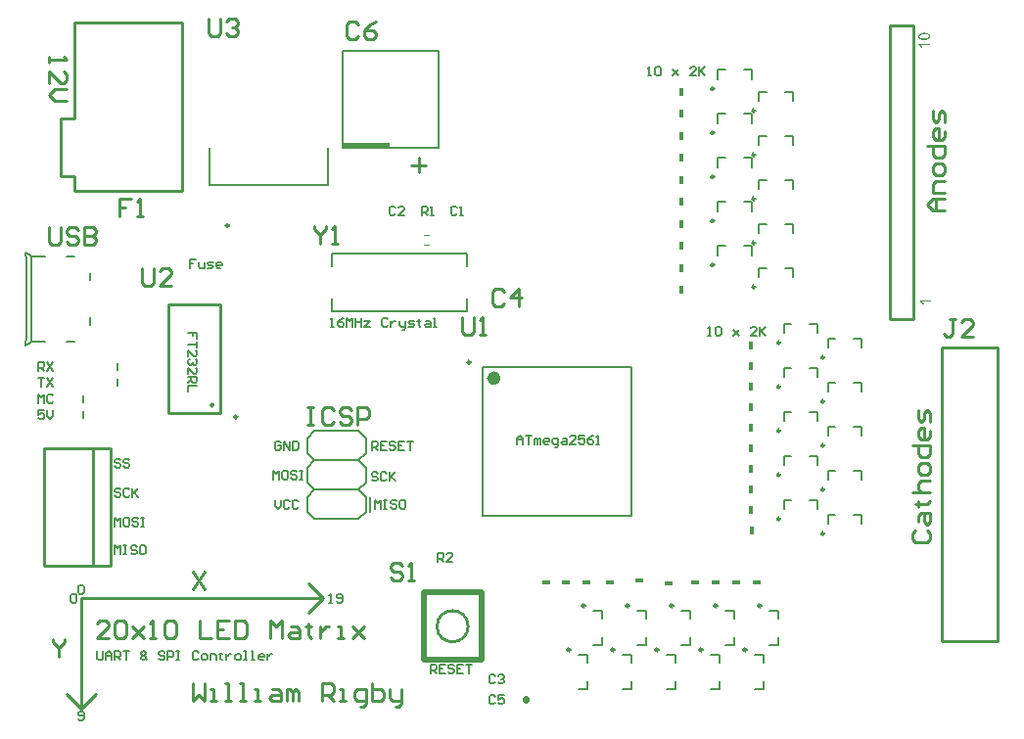
<source format=gto>
G04 Layer_Color=15132400*
%FSLAX24Y24*%
%MOIN*%
G70*
G01*
G75*
%ADD33C,0.0100*%
%ADD47C,0.0098*%
%ADD48C,0.0236*%
%ADD49C,0.0050*%
%ADD50C,0.0220*%
%ADD51C,0.0049*%
%ADD52C,0.0079*%
%ADD53C,0.0080*%
%ADD54C,0.0197*%
%ADD55C,0.0070*%
%ADD56R,0.0180X0.0300*%
%ADD57R,0.1614X0.0139*%
%ADD58R,0.0300X0.0180*%
G36*
X40400Y48344D02*
X40100D01*
X40100Y48344D01*
X40103Y48341D01*
X40106Y48338D01*
X40110Y48332D01*
X40115Y48326D01*
X40120Y48318D01*
X40126Y48309D01*
X40132Y48299D01*
Y48299D01*
X40133Y48298D01*
X40135Y48295D01*
X40138Y48289D01*
X40141Y48283D01*
X40145Y48275D01*
X40149Y48267D01*
X40153Y48258D01*
X40156Y48250D01*
X40111D01*
Y48251D01*
X40110Y48252D01*
X40109Y48254D01*
X40108Y48257D01*
X40106Y48260D01*
X40104Y48264D01*
X40098Y48273D01*
X40092Y48284D01*
X40084Y48296D01*
X40075Y48307D01*
X40066Y48319D01*
X40065Y48319D01*
X40065Y48320D01*
X40063Y48322D01*
X40061Y48324D01*
X40056Y48329D01*
X40049Y48335D01*
X40041Y48342D01*
X40033Y48349D01*
X40024Y48355D01*
X40014Y48361D01*
Y48392D01*
X40400D01*
Y48344D01*
D02*
G37*
G36*
X40450Y39594D02*
X40150D01*
X40150Y39594D01*
X40153Y39591D01*
X40156Y39588D01*
X40160Y39582D01*
X40165Y39576D01*
X40170Y39568D01*
X40176Y39559D01*
X40182Y39549D01*
Y39549D01*
X40183Y39548D01*
X40185Y39545D01*
X40188Y39539D01*
X40191Y39533D01*
X40195Y39525D01*
X40199Y39517D01*
X40203Y39508D01*
X40206Y39500D01*
X40161D01*
Y39501D01*
X40160Y39502D01*
X40159Y39504D01*
X40158Y39507D01*
X40156Y39510D01*
X40154Y39514D01*
X40148Y39523D01*
X40142Y39534D01*
X40134Y39546D01*
X40125Y39557D01*
X40116Y39569D01*
X40115Y39569D01*
X40115Y39570D01*
X40113Y39572D01*
X40111Y39574D01*
X40106Y39579D01*
X40099Y39585D01*
X40091Y39592D01*
X40083Y39599D01*
X40074Y39605D01*
X40064Y39611D01*
Y39642D01*
X40450D01*
Y39594D01*
D02*
G37*
G36*
X40228Y48763D02*
X40235D01*
X40242Y48762D01*
X40250Y48762D01*
X40267Y48760D01*
X40286Y48757D01*
X40303Y48754D01*
X40312Y48752D01*
X40320Y48749D01*
X40321D01*
X40322Y48748D01*
X40324Y48747D01*
X40327Y48746D01*
X40331Y48745D01*
X40335Y48743D01*
X40344Y48738D01*
X40354Y48733D01*
X40365Y48726D01*
X40375Y48717D01*
X40384Y48707D01*
Y48707D01*
X40386Y48706D01*
X40387Y48705D01*
X40388Y48702D01*
X40389Y48700D01*
X40392Y48697D01*
X40396Y48688D01*
X40399Y48678D01*
X40403Y48667D01*
X40406Y48653D01*
X40407Y48638D01*
Y48637D01*
Y48636D01*
Y48632D01*
X40406Y48629D01*
X40406Y48624D01*
X40404Y48619D01*
X40403Y48612D01*
X40402Y48606D01*
X40399Y48599D01*
X40397Y48592D01*
X40394Y48585D01*
X40390Y48577D01*
X40386Y48570D01*
X40380Y48563D01*
X40374Y48556D01*
X40367Y48550D01*
X40367Y48550D01*
X40365Y48549D01*
X40362Y48547D01*
X40358Y48544D01*
X40353Y48541D01*
X40346Y48539D01*
X40338Y48535D01*
X40330Y48531D01*
X40320Y48528D01*
X40308Y48525D01*
X40295Y48521D01*
X40281Y48519D01*
X40265Y48516D01*
X40248Y48514D01*
X40230Y48513D01*
X40211Y48513D01*
X40200D01*
X40194Y48513D01*
X40187D01*
X40180Y48514D01*
X40171Y48514D01*
X40154Y48516D01*
X40136Y48519D01*
X40118Y48522D01*
X40109Y48524D01*
X40101Y48526D01*
X40100D01*
X40099Y48527D01*
X40097Y48528D01*
X40094Y48529D01*
X40090Y48530D01*
X40086Y48532D01*
X40077Y48537D01*
X40067Y48542D01*
X40056Y48550D01*
X40046Y48558D01*
X40037Y48568D01*
Y48569D01*
X40036Y48569D01*
X40035Y48571D01*
X40034Y48573D01*
X40031Y48576D01*
X40030Y48579D01*
X40025Y48587D01*
X40021Y48597D01*
X40018Y48609D01*
X40015Y48623D01*
X40014Y48638D01*
Y48639D01*
Y48639D01*
Y48641D01*
Y48643D01*
X40015Y48649D01*
X40016Y48656D01*
X40018Y48665D01*
X40020Y48673D01*
X40023Y48683D01*
X40027Y48692D01*
Y48692D01*
X40028Y48693D01*
X40029Y48696D01*
X40032Y48700D01*
X40036Y48706D01*
X40041Y48712D01*
X40048Y48718D01*
X40055Y48725D01*
X40063Y48731D01*
X40064Y48731D01*
X40067Y48733D01*
X40072Y48736D01*
X40079Y48740D01*
X40088Y48743D01*
X40097Y48747D01*
X40108Y48751D01*
X40120Y48754D01*
X40121D01*
X40122Y48755D01*
X40124Y48756D01*
X40126Y48756D01*
X40130Y48757D01*
X40134Y48757D01*
X40139Y48758D01*
X40144Y48759D01*
X40150Y48760D01*
X40157Y48761D01*
X40165Y48761D01*
X40172Y48762D01*
X40181Y48763D01*
X40190D01*
X40200Y48763D01*
X40222D01*
X40228Y48763D01*
D02*
G37*
%LPC*%
G36*
Y48715D02*
X40202D01*
X40195Y48715D01*
X40188D01*
X40179Y48714D01*
X40170Y48713D01*
X40159Y48712D01*
X40138Y48710D01*
X40127Y48708D01*
X40118Y48706D01*
X40108Y48703D01*
X40099Y48700D01*
X40091Y48697D01*
X40085Y48693D01*
X40084D01*
X40084Y48692D01*
X40082Y48691D01*
X40080Y48689D01*
X40075Y48684D01*
X40069Y48678D01*
X40063Y48670D01*
X40058Y48660D01*
X40056Y48655D01*
X40054Y48650D01*
X40054Y48643D01*
X40053Y48637D01*
Y48637D01*
Y48636D01*
Y48634D01*
X40054Y48632D01*
X40055Y48626D01*
X40056Y48619D01*
X40060Y48610D01*
X40065Y48601D01*
X40068Y48597D01*
X40071Y48592D01*
X40076Y48589D01*
X40081Y48585D01*
X40081D01*
X40083Y48584D01*
X40085Y48582D01*
X40088Y48581D01*
X40092Y48579D01*
X40097Y48577D01*
X40103Y48575D01*
X40110Y48573D01*
X40119Y48571D01*
X40128Y48569D01*
X40139Y48566D01*
X40150Y48565D01*
X40164Y48563D01*
X40178Y48562D01*
X40194Y48561D01*
X40211Y48561D01*
X40220D01*
X40226Y48561D01*
X40233D01*
X40242Y48562D01*
X40252Y48562D01*
X40262Y48564D01*
X40283Y48566D01*
X40294Y48568D01*
X40304Y48570D01*
X40313Y48572D01*
X40322Y48576D01*
X40330Y48579D01*
X40337Y48583D01*
X40337D01*
X40338Y48584D01*
X40342Y48587D01*
X40347Y48592D01*
X40352Y48598D01*
X40358Y48606D01*
X40363Y48616D01*
X40367Y48626D01*
X40367Y48632D01*
X40368Y48638D01*
Y48639D01*
Y48640D01*
Y48641D01*
X40367Y48643D01*
X40366Y48649D01*
X40364Y48657D01*
X40360Y48665D01*
X40354Y48675D01*
X40351Y48679D01*
X40347Y48683D01*
X40342Y48688D01*
X40337Y48692D01*
X40336D01*
X40335Y48693D01*
X40333Y48695D01*
X40331Y48696D01*
X40327Y48698D01*
X40322Y48700D01*
X40316Y48702D01*
X40310Y48704D01*
X40301Y48706D01*
X40292Y48708D01*
X40282Y48710D01*
X40271Y48712D01*
X40257Y48713D01*
X40243Y48714D01*
X40228Y48715D01*
D02*
G37*
%LPD*%
D33*
X24680Y28550D02*
G03*
X24680Y28550I-530J0D01*
G01*
X16010Y36085D02*
G03*
X16010Y36085I-49J0D01*
G01*
X16817Y35682D02*
G03*
X16817Y35682I-49J0D01*
G01*
X11000Y26250D02*
X11500Y25750D01*
X12000Y26250D01*
X19250Y29000D02*
X19750Y29500D01*
X19250Y30000D02*
X19750Y29500D01*
X11500D02*
X19750D01*
X11500Y25750D02*
Y29500D01*
X10800Y45850D02*
X11271D01*
Y46321D01*
Y43391D02*
Y43862D01*
X10800D02*
X11271D01*
Y46321D02*
Y49100D01*
X14950Y43391D02*
Y49100D01*
X11271Y43391D02*
X14950D01*
X10800Y43862D02*
Y45850D01*
X11271Y49100D02*
X14950D01*
X22750Y44250D02*
X23250D01*
X23000Y44000D02*
Y44500D01*
X39050Y49000D02*
X39850D01*
Y43900D02*
Y49000D01*
X39050Y44060D02*
Y49000D01*
Y39000D02*
X39850D01*
Y43900D01*
X39050Y39000D02*
Y44060D01*
X40820Y28050D02*
X42720D01*
X40820D02*
Y38050D01*
X42720D01*
X42720D02*
X42720D01*
X42720Y28050D02*
Y38050D01*
X11900Y30600D02*
Y34550D01*
X12500Y30600D02*
Y34600D01*
X10250Y30600D02*
X12500D01*
X10250D02*
Y34600D01*
X12500D01*
X16236Y35800D02*
Y39500D01*
X14464D02*
X16236D01*
X14464Y35800D02*
Y39500D01*
Y35800D02*
X16236D01*
X15300Y26600D02*
Y26000D01*
X15500Y26200D01*
X15700Y26000D01*
Y26600D01*
X15900Y26000D02*
X16100D01*
X16000D01*
Y26400D01*
X15900D01*
X16400Y26000D02*
X16600D01*
X16500D01*
Y26600D01*
X16400D01*
X16899Y26000D02*
X17099D01*
X16999D01*
Y26600D01*
X16899D01*
X17399Y26000D02*
X17599D01*
X17499D01*
Y26400D01*
X17399D01*
X17999D02*
X18199D01*
X18299Y26300D01*
Y26000D01*
X17999D01*
X17899Y26100D01*
X17999Y26200D01*
X18299D01*
X18499Y26000D02*
Y26400D01*
X18599D01*
X18699Y26300D01*
Y26000D01*
Y26300D01*
X18799Y26400D01*
X18899Y26300D01*
Y26000D01*
X19699D02*
Y26600D01*
X19998D01*
X20098Y26500D01*
Y26300D01*
X19998Y26200D01*
X19699D01*
X19899D02*
X20098Y26000D01*
X20298D02*
X20498D01*
X20398D01*
Y26400D01*
X20298D01*
X20998Y25800D02*
X21098D01*
X21198Y25900D01*
Y26400D01*
X20898D01*
X20798Y26300D01*
Y26100D01*
X20898Y26000D01*
X21198D01*
X21398Y26600D02*
Y26000D01*
X21698D01*
X21798Y26100D01*
Y26200D01*
Y26300D01*
X21698Y26400D01*
X21398D01*
X21998D02*
Y26100D01*
X22098Y26000D01*
X22398D01*
Y25900D01*
X22298Y25800D01*
X22198D01*
X22398Y26000D02*
Y26400D01*
X12450Y28150D02*
X12050D01*
X12450Y28550D01*
Y28650D01*
X12350Y28750D01*
X12150D01*
X12050Y28650D01*
X12650D02*
X12750Y28750D01*
X12950D01*
X13050Y28650D01*
Y28250D01*
X12950Y28150D01*
X12750D01*
X12650Y28250D01*
Y28650D01*
X13250Y28550D02*
X13649Y28150D01*
X13450Y28350D01*
X13649Y28550D01*
X13250Y28150D01*
X13849D02*
X14049D01*
X13949D01*
Y28750D01*
X13849Y28650D01*
X14349D02*
X14449Y28750D01*
X14649D01*
X14749Y28650D01*
Y28250D01*
X14649Y28150D01*
X14449D01*
X14349Y28250D01*
Y28650D01*
X15549Y28750D02*
Y28150D01*
X15949D01*
X16549Y28750D02*
X16149D01*
Y28150D01*
X16549D01*
X16149Y28450D02*
X16349D01*
X16748Y28750D02*
Y28150D01*
X17048D01*
X17148Y28250D01*
Y28650D01*
X17048Y28750D01*
X16748D01*
X17948Y28150D02*
Y28750D01*
X18148Y28550D01*
X18348Y28750D01*
Y28150D01*
X18648Y28550D02*
X18848D01*
X18948Y28450D01*
Y28150D01*
X18648D01*
X18548Y28250D01*
X18648Y28350D01*
X18948D01*
X19248Y28650D02*
Y28550D01*
X19148D01*
X19348D01*
X19248D01*
Y28250D01*
X19348Y28150D01*
X19648Y28550D02*
Y28150D01*
Y28350D01*
X19748Y28450D01*
X19847Y28550D01*
X19947D01*
X20247Y28150D02*
X20447D01*
X20347D01*
Y28550D01*
X20247D01*
X20747D02*
X21147Y28150D01*
X20947Y28350D01*
X21147Y28550D01*
X20747Y28150D01*
X39900Y31800D02*
X39800Y31700D01*
Y31500D01*
X39900Y31400D01*
X40300D01*
X40400Y31500D01*
Y31700D01*
X40300Y31800D01*
X40000Y32100D02*
Y32300D01*
X40100Y32400D01*
X40400D01*
Y32100D01*
X40300Y32000D01*
X40200Y32100D01*
Y32400D01*
X39900Y32700D02*
X40000D01*
Y32600D01*
Y32800D01*
Y32700D01*
X40300D01*
X40400Y32800D01*
X39800Y33099D02*
X40400D01*
X40100D01*
X40000Y33199D01*
Y33399D01*
X40100Y33499D01*
X40400D01*
Y33799D02*
Y33999D01*
X40300Y34099D01*
X40100D01*
X40000Y33999D01*
Y33799D01*
X40100Y33699D01*
X40300D01*
X40400Y33799D01*
X39800Y34699D02*
X40400D01*
Y34399D01*
X40300Y34299D01*
X40100D01*
X40000Y34399D01*
Y34699D01*
X40400Y35199D02*
Y34999D01*
X40300Y34899D01*
X40100D01*
X40000Y34999D01*
Y35199D01*
X40100Y35299D01*
X40200D01*
Y34899D01*
X40400Y35499D02*
Y35799D01*
X40300Y35899D01*
X40200Y35799D01*
Y35599D01*
X40100Y35499D01*
X40000Y35599D01*
Y35899D01*
X13200Y43100D02*
X12800D01*
Y42800D01*
X13000D01*
X12800D01*
Y42500D01*
X13400D02*
X13600D01*
X13500D01*
Y43100D01*
X13400Y43000D01*
X15300Y30400D02*
X15700Y29800D01*
Y30400D02*
X15300Y29800D01*
X10550Y28100D02*
Y28000D01*
X10750Y27800D01*
X10950Y28000D01*
Y28100D01*
X10750Y27800D02*
Y27500D01*
X19200Y36000D02*
X19400D01*
X19300D01*
Y35400D01*
X19200D01*
X19400D01*
X20100Y35900D02*
X20000Y36000D01*
X19800D01*
X19700Y35900D01*
Y35500D01*
X19800Y35400D01*
X20000D01*
X20100Y35500D01*
X20700Y35900D02*
X20600Y36000D01*
X20400D01*
X20300Y35900D01*
Y35800D01*
X20400Y35700D01*
X20600D01*
X20700Y35600D01*
Y35500D01*
X20600Y35400D01*
X20400D01*
X20300Y35500D01*
X20899Y35400D02*
Y36000D01*
X21199D01*
X21299Y35900D01*
Y35700D01*
X21199Y35600D01*
X20899D01*
X10400Y42150D02*
Y41650D01*
X10500Y41550D01*
X10700D01*
X10800Y41650D01*
Y42150D01*
X11400Y42050D02*
X11300Y42150D01*
X11100D01*
X11000Y42050D01*
Y41950D01*
X11100Y41850D01*
X11300D01*
X11400Y41750D01*
Y41650D01*
X11300Y41550D01*
X11100D01*
X11000Y41650D01*
X11600Y42150D02*
Y41550D01*
X11900D01*
X11999Y41650D01*
Y41750D01*
X11900Y41850D01*
X11600D01*
X11900D01*
X11999Y41950D01*
Y42050D01*
X11900Y42150D01*
X11600D01*
X40900Y42700D02*
X40500D01*
X40300Y42900D01*
X40500Y43100D01*
X40900D01*
X40600D01*
Y42700D01*
X40900Y43300D02*
X40500D01*
Y43600D01*
X40600Y43700D01*
X40900D01*
Y44000D02*
Y44200D01*
X40800Y44299D01*
X40600D01*
X40500Y44200D01*
Y44000D01*
X40600Y43900D01*
X40800D01*
X40900Y44000D01*
X40300Y44899D02*
X40900D01*
Y44599D01*
X40800Y44499D01*
X40600D01*
X40500Y44599D01*
Y44899D01*
X40900Y45399D02*
Y45199D01*
X40800Y45099D01*
X40600D01*
X40500Y45199D01*
Y45399D01*
X40600Y45499D01*
X40700D01*
Y45099D01*
X40900Y45699D02*
Y45999D01*
X40800Y46099D01*
X40700Y45999D01*
Y45799D01*
X40600Y45699D01*
X40500Y45799D01*
Y46099D01*
X10400Y47950D02*
Y47750D01*
Y47850D01*
X11000D01*
X10900Y47950D01*
X10400Y47050D02*
Y47450D01*
X10800Y47050D01*
X10900D01*
X11000Y47150D01*
Y47350D01*
X10900Y47450D01*
X11000Y46850D02*
X10600D01*
X10400Y46650D01*
X10600Y46450D01*
X11000D01*
X20950Y49050D02*
X20850Y49150D01*
X20650D01*
X20550Y49050D01*
Y48650D01*
X20650Y48550D01*
X20850D01*
X20950Y48650D01*
X21550Y49150D02*
X21350Y49050D01*
X21150Y48850D01*
Y48650D01*
X21250Y48550D01*
X21450D01*
X21550Y48650D01*
Y48750D01*
X21450Y48850D01*
X21150D01*
X15855Y49245D02*
Y48745D01*
X15955Y48645D01*
X16155D01*
X16255Y48745D01*
Y49245D01*
X16455Y49145D02*
X16555Y49245D01*
X16755D01*
X16855Y49145D01*
Y49045D01*
X16755Y48945D01*
X16655D01*
X16755D01*
X16855Y48845D01*
Y48745D01*
X16755Y48645D01*
X16555D01*
X16455Y48745D01*
X41270Y39000D02*
X41070D01*
X41170D01*
Y38500D01*
X41070Y38400D01*
X40970D01*
X40870Y38500D01*
X41870Y38400D02*
X41470D01*
X41870Y38800D01*
Y38900D01*
X41770Y39000D01*
X41570D01*
X41470Y38900D01*
X24480Y39070D02*
Y38570D01*
X24580Y38470D01*
X24780D01*
X24880Y38570D01*
Y39070D01*
X25080Y38470D02*
X25280D01*
X25180D01*
Y39070D01*
X25080Y38970D01*
X19450Y42180D02*
Y42080D01*
X19650Y41880D01*
X19850Y42080D01*
Y42180D01*
X19650Y41880D02*
Y41580D01*
X20050D02*
X20250D01*
X20150D01*
Y42180D01*
X20050Y42080D01*
X22440Y30600D02*
X22340Y30700D01*
X22140D01*
X22040Y30600D01*
Y30500D01*
X22140Y30400D01*
X22340D01*
X22440Y30300D01*
Y30200D01*
X22340Y30100D01*
X22140D01*
X22040Y30200D01*
X22640Y30100D02*
X22840D01*
X22740D01*
Y30700D01*
X22640Y30600D01*
X25890Y39950D02*
X25790Y40050D01*
X25590D01*
X25490Y39950D01*
Y39550D01*
X25590Y39450D01*
X25790D01*
X25890Y39550D01*
X26390Y39450D02*
Y40050D01*
X26090Y39750D01*
X26490D01*
X13560Y40740D02*
Y40240D01*
X13660Y40140D01*
X13860D01*
X13960Y40240D01*
Y40740D01*
X14560Y40140D02*
X14160D01*
X14560Y40540D01*
Y40640D01*
X14460Y40740D01*
X14260D01*
X14160Y40640D01*
D47*
X16533Y42200D02*
G03*
X16533Y42200I-49J0D01*
G01*
X33051Y43856D02*
G03*
X33051Y43856I-49J0D01*
G01*
X34451Y40106D02*
G03*
X34451Y40106I-49J0D01*
G01*
X35301Y35206D02*
G03*
X35301Y35206I-49J0D01*
G01*
X36801Y31706D02*
G03*
X36801Y31706I-49J0D01*
G01*
X31656Y29248D02*
G03*
X31656Y29248I-49J0D01*
G01*
X28156Y27748D02*
G03*
X28156Y27748I-49J0D01*
G01*
X34451Y44606D02*
G03*
X34451Y44606I-49J0D01*
G01*
X33051Y40856D02*
G03*
X33051Y40856I-49J0D01*
G01*
X36801Y36206D02*
G03*
X36801Y36206I-49J0D01*
G01*
X35301Y32206D02*
G03*
X35301Y32206I-49J0D01*
G01*
X32656Y27748D02*
G03*
X32656Y27748I-49J0D01*
G01*
X28656Y29248D02*
G03*
X28656Y29248I-49J0D01*
G01*
X33051Y45356D02*
G03*
X33051Y45356I-49J0D01*
G01*
X34451Y41606D02*
G03*
X34451Y41606I-49J0D01*
G01*
X35301Y36706D02*
G03*
X35301Y36706I-49J0D01*
G01*
X36801Y33206D02*
G03*
X36801Y33206I-49J0D01*
G01*
X33156Y29248D02*
G03*
X33156Y29248I-49J0D01*
G01*
X29656Y27748D02*
G03*
X29656Y27748I-49J0D01*
G01*
X34451Y46106D02*
G03*
X34451Y46106I-49J0D01*
G01*
X33051Y42356D02*
G03*
X33051Y42356I-49J0D01*
G01*
X36801Y37706D02*
G03*
X36801Y37706I-49J0D01*
G01*
X35301Y33706D02*
G03*
X35301Y33706I-49J0D01*
G01*
X34156Y27748D02*
G03*
X34156Y27748I-49J0D01*
G01*
X30156Y29248D02*
G03*
X30156Y29248I-49J0D01*
G01*
X33051Y46856D02*
G03*
X33051Y46856I-49J0D01*
G01*
X34451Y43106D02*
G03*
X34451Y43106I-49J0D01*
G01*
X35301Y38206D02*
G03*
X35301Y38206I-49J0D01*
G01*
X36801Y34706D02*
G03*
X36801Y34706I-49J0D01*
G01*
X34656Y29248D02*
G03*
X34656Y29248I-49J0D01*
G01*
X31156Y27748D02*
G03*
X31156Y27748I-49J0D01*
G01*
X24757Y37537D02*
G03*
X24757Y37537I-49J0D01*
G01*
D48*
X25672Y36996D02*
G03*
X25672Y36996I-118J0D01*
G01*
D49*
X11020Y41160D02*
X11270D01*
X9832Y41157D02*
X10270D01*
X9832Y38240D02*
X10270D01*
X11020D02*
X11270D01*
X11800Y38820D02*
Y39070D01*
Y40330D02*
Y40580D01*
X9595Y38120D02*
X9635Y38440D01*
X9595Y41275D02*
X9635Y40999D01*
Y38440D02*
Y40999D01*
X9792Y38240D02*
Y41157D01*
X9595Y38120D02*
X9832Y38240D01*
X9595Y41275D02*
X9832Y41157D01*
D50*
X26647Y26038D02*
Y26070D01*
D51*
X23171Y41533D02*
X23329D01*
X23171Y41867D02*
X23329D01*
D52*
X12741Y37282D02*
Y37518D01*
Y36732D02*
Y36968D01*
X11559Y35632D02*
Y35868D01*
Y36182D02*
Y36418D01*
X19918Y43572D02*
Y44844D01*
X15892Y43572D02*
X19908D01*
X15882D02*
Y44844D01*
X34065Y44506D02*
X34325D01*
Y44185D02*
Y44506D01*
X33175D02*
X33435D01*
X33175Y44185D02*
Y44506D01*
X35465Y40756D02*
X35725D01*
Y40435D02*
Y40756D01*
X34575D02*
X34835D01*
X34575Y40435D02*
Y40756D01*
X36315Y35856D02*
X36575D01*
Y35535D02*
Y35856D01*
X35425D02*
X35685D01*
X35425Y35535D02*
Y35856D01*
X37815Y32356D02*
X38075D01*
Y32035D02*
Y32356D01*
X36925D02*
X37185D01*
X36925Y32035D02*
Y32356D01*
X32256Y27925D02*
Y28185D01*
X31935Y27925D02*
X32256D01*
Y28815D02*
Y29075D01*
X31935D02*
X32256D01*
X28756Y26425D02*
Y26685D01*
X28435Y26425D02*
X28756D01*
Y27315D02*
Y27575D01*
X28435D02*
X28756D01*
X35465Y45256D02*
X35725D01*
Y44935D02*
Y45256D01*
X34575D02*
X34835D01*
X34575Y44935D02*
Y45256D01*
X34065Y41506D02*
X34325D01*
Y41185D02*
Y41506D01*
X33175D02*
X33435D01*
X33175Y41185D02*
Y41506D01*
X37815Y36856D02*
X38075D01*
Y36535D02*
Y36856D01*
X36925D02*
X37185D01*
X36925Y36535D02*
Y36856D01*
X36315Y32856D02*
X36575D01*
Y32535D02*
Y32856D01*
X35425D02*
X35685D01*
X35425Y32535D02*
Y32856D01*
X33256Y26425D02*
Y26685D01*
X32935Y26425D02*
X33256D01*
Y27315D02*
Y27575D01*
X32935D02*
X33256D01*
X29256Y27925D02*
Y28185D01*
X28935Y27925D02*
X29256D01*
Y28815D02*
Y29075D01*
X28935D02*
X29256D01*
X34065Y46006D02*
X34325D01*
Y45685D02*
Y46006D01*
X33175D02*
X33435D01*
X33175Y45685D02*
Y46006D01*
X35465Y42256D02*
X35725D01*
Y41935D02*
Y42256D01*
X34575D02*
X34835D01*
X34575Y41935D02*
Y42256D01*
X36315Y37356D02*
X36575D01*
Y37035D02*
Y37356D01*
X35425D02*
X35685D01*
X35425Y37035D02*
Y37356D01*
X37815Y33856D02*
X38075D01*
Y33535D02*
Y33856D01*
X36925D02*
X37185D01*
X36925Y33535D02*
Y33856D01*
X33756Y27925D02*
Y28185D01*
X33435Y27925D02*
X33756D01*
Y28815D02*
Y29075D01*
X33435D02*
X33756D01*
X30256Y26425D02*
Y26685D01*
X29935Y26425D02*
X30256D01*
Y27315D02*
Y27575D01*
X29935D02*
X30256D01*
X35465Y46756D02*
X35725D01*
Y46435D02*
Y46756D01*
X34575D02*
X34835D01*
X34575Y46435D02*
Y46756D01*
X34065Y43006D02*
X34325D01*
Y42685D02*
Y43006D01*
X33175D02*
X33435D01*
X33175Y42685D02*
Y43006D01*
X37815Y38356D02*
X38075D01*
Y38035D02*
Y38356D01*
X36925D02*
X37185D01*
X36925Y38035D02*
Y38356D01*
X36315Y34356D02*
X36575D01*
Y34035D02*
Y34356D01*
X35425D02*
X35685D01*
X35425Y34035D02*
Y34356D01*
X34756Y26425D02*
Y26685D01*
X34435Y26425D02*
X34756D01*
Y27315D02*
Y27575D01*
X34435D02*
X34756D01*
X30756Y27925D02*
Y28185D01*
X30435Y27925D02*
X30756D01*
Y28815D02*
Y29075D01*
X30435D02*
X30756D01*
X34065Y47506D02*
X34325D01*
Y47185D02*
Y47506D01*
X33175D02*
X33435D01*
X33175Y47185D02*
Y47506D01*
X35465Y43756D02*
X35725D01*
Y43435D02*
Y43756D01*
X34575D02*
X34835D01*
X34575Y43435D02*
Y43756D01*
X36315Y38856D02*
X36575D01*
Y38535D02*
Y38856D01*
X35425D02*
X35685D01*
X35425Y38535D02*
Y38856D01*
X37815Y35356D02*
X38075D01*
Y35035D02*
Y35356D01*
X36925D02*
X37185D01*
X36925Y35035D02*
Y35356D01*
X35256Y27925D02*
Y28185D01*
X34935Y27925D02*
X35256D01*
Y28815D02*
Y29075D01*
X34935D02*
X35256D01*
X31756Y26425D02*
Y26685D01*
X31435Y26425D02*
X31756D01*
Y27315D02*
Y27575D01*
X31435D02*
X31756D01*
X25161Y32311D02*
X30239D01*
X25161Y37389D02*
X30239D01*
Y32311D02*
Y37389D01*
X25161Y32311D02*
Y37389D01*
X20047Y39266D02*
X24653D01*
X20047Y41234D02*
X24653D01*
Y39266D02*
Y39699D01*
X20047Y39266D02*
Y39699D01*
X24653Y40801D02*
Y41234D01*
X20047Y40801D02*
Y41234D01*
D53*
X20416Y44860D02*
X23684D01*
X20416Y48134D02*
X23684D01*
X20416Y44860D02*
Y48134D01*
X23684Y44860D02*
Y48134D01*
X20950Y32200D02*
X21200Y32450D01*
X20950Y33200D02*
X21200Y32950D01*
X20950Y33200D02*
X21200Y33450D01*
X20950Y34200D02*
X21200Y33950D01*
X20950Y34200D02*
X21200Y34450D01*
X20950Y35200D02*
X21200Y34950D01*
X19450Y32200D02*
X20950D01*
X19200Y32450D02*
X19450Y32200D01*
X19200Y32450D02*
Y32950D01*
X19450Y33200D01*
X19200Y33450D02*
X19450Y33200D01*
X19200Y33450D02*
Y33950D01*
X19450Y34200D01*
X19200Y34450D02*
X19450Y34200D01*
X19200Y34450D02*
Y34950D01*
X19450Y35200D01*
Y33200D02*
X20950D01*
X19450Y34200D02*
X20950D01*
X19450Y35200D02*
X20950D01*
X21200Y34450D02*
Y34950D01*
Y33450D02*
Y33950D01*
Y32450D02*
Y32950D01*
X21332Y32450D02*
Y32950D01*
X12050Y27700D02*
Y27450D01*
X12100Y27400D01*
X12200D01*
X12250Y27450D01*
Y27700D01*
X12350Y27400D02*
Y27600D01*
X12450Y27700D01*
X12550Y27600D01*
Y27400D01*
Y27550D01*
X12350D01*
X12650Y27400D02*
Y27700D01*
X12800D01*
X12850Y27650D01*
Y27550D01*
X12800Y27500D01*
X12650D01*
X12750D02*
X12850Y27400D01*
X12950Y27700D02*
X13150D01*
X13050D01*
Y27400D01*
X13749D02*
X13699Y27450D01*
X13649Y27400D01*
X13599D01*
X13550Y27450D01*
Y27500D01*
X13599Y27550D01*
X13550Y27600D01*
Y27650D01*
X13599Y27700D01*
X13649D01*
X13699Y27650D01*
Y27600D01*
X13649Y27550D01*
X13699Y27500D01*
Y27450D01*
X13749Y27550D02*
X13699Y27500D01*
X13599Y27550D02*
X13649D01*
X14349Y27650D02*
X14299Y27700D01*
X14199D01*
X14149Y27650D01*
Y27600D01*
X14199Y27550D01*
X14299D01*
X14349Y27500D01*
Y27450D01*
X14299Y27400D01*
X14199D01*
X14149Y27450D01*
X14449Y27400D02*
Y27700D01*
X14599D01*
X14649Y27650D01*
Y27550D01*
X14599Y27500D01*
X14449D01*
X14749Y27700D02*
X14849D01*
X14799D01*
Y27400D01*
X14749D01*
X14849D01*
X15499Y27650D02*
X15449Y27700D01*
X15349D01*
X15299Y27650D01*
Y27450D01*
X15349Y27400D01*
X15449D01*
X15499Y27450D01*
X15649Y27400D02*
X15749D01*
X15799Y27450D01*
Y27550D01*
X15749Y27600D01*
X15649D01*
X15599Y27550D01*
Y27450D01*
X15649Y27400D01*
X15899D02*
Y27600D01*
X16049D01*
X16099Y27550D01*
Y27400D01*
X16249Y27650D02*
Y27600D01*
X16199D01*
X16299D01*
X16249D01*
Y27450D01*
X16299Y27400D01*
X16449Y27600D02*
Y27400D01*
Y27500D01*
X16499Y27550D01*
X16549Y27600D01*
X16599D01*
X16798Y27400D02*
X16898D01*
X16948Y27450D01*
Y27550D01*
X16898Y27600D01*
X16798D01*
X16748Y27550D01*
Y27450D01*
X16798Y27400D01*
X17048D02*
X17148D01*
X17098D01*
Y27700D01*
X17048D01*
X17298Y27400D02*
X17398D01*
X17348D01*
Y27700D01*
X17298D01*
X17698Y27400D02*
X17598D01*
X17548Y27450D01*
Y27550D01*
X17598Y27600D01*
X17698D01*
X17748Y27550D01*
Y27500D01*
X17548D01*
X17848Y27600D02*
Y27400D01*
Y27500D01*
X17898Y27550D01*
X17948Y27600D01*
X17998D01*
X23400Y26950D02*
Y27250D01*
X23550D01*
X23600Y27200D01*
Y27100D01*
X23550Y27050D01*
X23400D01*
X23500D02*
X23600Y26950D01*
X23900Y27250D02*
X23700D01*
Y26950D01*
X23900D01*
X23700Y27100D02*
X23800D01*
X24200Y27200D02*
X24150Y27250D01*
X24050D01*
X24000Y27200D01*
Y27150D01*
X24050Y27100D01*
X24150D01*
X24200Y27050D01*
Y27000D01*
X24150Y26950D01*
X24050D01*
X24000Y27000D01*
X24500Y27250D02*
X24300D01*
Y26950D01*
X24500D01*
X24300Y27100D02*
X24400D01*
X24600Y27250D02*
X24800D01*
X24700D01*
Y26950D01*
X15400Y41050D02*
X15200D01*
Y40900D01*
X15300D01*
X15200D01*
Y40750D01*
X15500Y40950D02*
Y40800D01*
X15550Y40750D01*
X15700D01*
Y40950D01*
X15800Y40750D02*
X15950D01*
X16000Y40800D01*
X15950Y40850D01*
X15850D01*
X15800Y40900D01*
X15850Y40950D01*
X16000D01*
X16250Y40750D02*
X16150D01*
X16100Y40800D01*
Y40900D01*
X16150Y40950D01*
X16250D01*
X16300Y40900D01*
Y40850D01*
X16100D01*
X20000Y38750D02*
X20100D01*
X20050D01*
Y39050D01*
X20000Y39000D01*
X20450Y39050D02*
X20350Y39000D01*
X20250Y38900D01*
Y38800D01*
X20300Y38750D01*
X20400D01*
X20450Y38800D01*
Y38850D01*
X20400Y38900D01*
X20250D01*
X20550Y38750D02*
Y39050D01*
X20650Y38950D01*
X20750Y39050D01*
Y38750D01*
X20850Y39050D02*
Y38750D01*
Y38900D01*
X21050D01*
Y39050D01*
Y38750D01*
X21150Y38950D02*
X21350D01*
X21150Y38750D01*
X21350D01*
X21949Y39000D02*
X21899Y39050D01*
X21799D01*
X21749Y39000D01*
Y38800D01*
X21799Y38750D01*
X21899D01*
X21949Y38800D01*
X22049Y38950D02*
Y38750D01*
Y38850D01*
X22099Y38900D01*
X22149Y38950D01*
X22199D01*
X22349D02*
Y38800D01*
X22399Y38750D01*
X22549D01*
Y38700D01*
X22499Y38650D01*
X22449D01*
X22549Y38750D02*
Y38950D01*
X22649Y38750D02*
X22799D01*
X22849Y38800D01*
X22799Y38850D01*
X22699D01*
X22649Y38900D01*
X22699Y38950D01*
X22849D01*
X22999Y39000D02*
Y38950D01*
X22949D01*
X23049D01*
X22999D01*
Y38800D01*
X23049Y38750D01*
X23249Y38950D02*
X23349D01*
X23399Y38900D01*
Y38750D01*
X23249D01*
X23199Y38800D01*
X23249Y38850D01*
X23399D01*
X23499Y38750D02*
X23599D01*
X23549D01*
Y39050D01*
X23499D01*
X15450Y38350D02*
Y38550D01*
X15300D01*
Y38450D01*
Y38550D01*
X15150D01*
X15450Y38250D02*
Y38050D01*
Y38150D01*
X15150D01*
Y37750D02*
Y37950D01*
X15350Y37750D01*
X15400D01*
X15450Y37800D01*
Y37900D01*
X15400Y37950D01*
Y37650D02*
X15450Y37600D01*
Y37500D01*
X15400Y37450D01*
X15350D01*
X15300Y37500D01*
Y37550D01*
Y37500D01*
X15250Y37450D01*
X15200D01*
X15150Y37500D01*
Y37600D01*
X15200Y37650D01*
X15150Y37150D02*
Y37350D01*
X15350Y37150D01*
X15400D01*
X15450Y37200D01*
Y37300D01*
X15400Y37350D01*
X15150Y37050D02*
X15450D01*
Y36901D01*
X15400Y36851D01*
X15300D01*
X15250Y36901D01*
Y37050D01*
Y36951D02*
X15150Y36851D01*
X15450Y36751D02*
X15150D01*
Y36551D01*
X26350Y34750D02*
Y34950D01*
X26450Y35050D01*
X26550Y34950D01*
Y34750D01*
Y34900D01*
X26350D01*
X26650Y35050D02*
X26850D01*
X26750D01*
Y34750D01*
X26950D02*
Y34950D01*
X27000D01*
X27050Y34900D01*
Y34750D01*
Y34900D01*
X27100Y34950D01*
X27150Y34900D01*
Y34750D01*
X27400D02*
X27300D01*
X27250Y34800D01*
Y34900D01*
X27300Y34950D01*
X27400D01*
X27450Y34900D01*
Y34850D01*
X27250D01*
X27650Y34650D02*
X27700D01*
X27750Y34700D01*
Y34950D01*
X27600D01*
X27550Y34900D01*
Y34800D01*
X27600Y34750D01*
X27750D01*
X27899Y34950D02*
X27999D01*
X28049Y34900D01*
Y34750D01*
X27899D01*
X27850Y34800D01*
X27899Y34850D01*
X28049D01*
X28349Y34750D02*
X28149D01*
X28349Y34950D01*
Y35000D01*
X28299Y35050D01*
X28199D01*
X28149Y35000D01*
X28649Y35050D02*
X28449D01*
Y34900D01*
X28549Y34950D01*
X28599D01*
X28649Y34900D01*
Y34800D01*
X28599Y34750D01*
X28499D01*
X28449Y34800D01*
X28949Y35050D02*
X28849Y35000D01*
X28749Y34900D01*
Y34800D01*
X28799Y34750D01*
X28899D01*
X28949Y34800D01*
Y34850D01*
X28899Y34900D01*
X28749D01*
X29049Y34750D02*
X29149D01*
X29099D01*
Y35050D01*
X29049Y35000D01*
X11150Y29600D02*
X11200Y29650D01*
X11300D01*
X11350Y29600D01*
Y29400D01*
X11300Y29350D01*
X11200D01*
X11150Y29400D01*
Y29600D01*
X11400Y25400D02*
X11450Y25350D01*
X11550D01*
X11600Y25400D01*
Y25600D01*
X11550Y25650D01*
X11450D01*
X11400Y25600D01*
Y25550D01*
X11450Y25500D01*
X11600D01*
X19950Y29350D02*
X20050D01*
X20000D01*
Y29650D01*
X19950Y29600D01*
X20200Y29400D02*
X20250Y29350D01*
X20350D01*
X20400Y29400D01*
Y29600D01*
X20350Y29650D01*
X20250D01*
X20200Y29600D01*
Y29550D01*
X20250Y29500D01*
X20400D01*
X11400Y29900D02*
X11450Y29950D01*
X11550D01*
X11600Y29900D01*
Y29700D01*
X11550Y29650D01*
X11450D01*
X11400Y29700D01*
Y29900D01*
X12650Y31000D02*
Y31300D01*
X12750Y31200D01*
X12850Y31300D01*
Y31000D01*
X12950Y31300D02*
X13050D01*
X13000D01*
Y31000D01*
X12950D01*
X13050D01*
X13400Y31250D02*
X13350Y31300D01*
X13250D01*
X13200Y31250D01*
Y31200D01*
X13250Y31150D01*
X13350D01*
X13400Y31100D01*
Y31050D01*
X13350Y31000D01*
X13250D01*
X13200Y31050D01*
X13650Y31300D02*
X13550D01*
X13500Y31250D01*
Y31050D01*
X13550Y31000D01*
X13650D01*
X13700Y31050D01*
Y31250D01*
X13650Y31300D01*
X12650Y31950D02*
Y32250D01*
X12750Y32150D01*
X12850Y32250D01*
Y31950D01*
X13100Y32250D02*
X13000D01*
X12950Y32200D01*
Y32000D01*
X13000Y31950D01*
X13100D01*
X13150Y32000D01*
Y32200D01*
X13100Y32250D01*
X13450Y32200D02*
X13400Y32250D01*
X13300D01*
X13250Y32200D01*
Y32150D01*
X13300Y32100D01*
X13400D01*
X13450Y32050D01*
Y32000D01*
X13400Y31950D01*
X13300D01*
X13250Y32000D01*
X13550Y32250D02*
X13650D01*
X13600D01*
Y31950D01*
X13550D01*
X13650D01*
X12850Y33200D02*
X12800Y33250D01*
X12700D01*
X12650Y33200D01*
Y33150D01*
X12700Y33100D01*
X12800D01*
X12850Y33050D01*
Y33000D01*
X12800Y32950D01*
X12700D01*
X12650Y33000D01*
X13150Y33200D02*
X13100Y33250D01*
X13000D01*
X12950Y33200D01*
Y33000D01*
X13000Y32950D01*
X13100D01*
X13150Y33000D01*
X13250Y33250D02*
Y32950D01*
Y33050D01*
X13450Y33250D01*
X13300Y33100D01*
X13450Y32950D01*
X12850Y34200D02*
X12800Y34250D01*
X12700D01*
X12650Y34200D01*
Y34150D01*
X12700Y34100D01*
X12800D01*
X12850Y34050D01*
Y34000D01*
X12800Y33950D01*
X12700D01*
X12650Y34000D01*
X13150Y34200D02*
X13100Y34250D01*
X13000D01*
X12950Y34200D01*
Y34150D01*
X13000Y34100D01*
X13100D01*
X13150Y34050D01*
Y34000D01*
X13100Y33950D01*
X13000D01*
X12950Y34000D01*
X21500Y32550D02*
Y32850D01*
X21600Y32750D01*
X21700Y32850D01*
Y32550D01*
X21800Y32850D02*
X21900D01*
X21850D01*
Y32550D01*
X21800D01*
X21900D01*
X22250Y32800D02*
X22200Y32850D01*
X22100D01*
X22050Y32800D01*
Y32750D01*
X22100Y32700D01*
X22200D01*
X22250Y32650D01*
Y32600D01*
X22200Y32550D01*
X22100D01*
X22050Y32600D01*
X22500Y32850D02*
X22400D01*
X22350Y32800D01*
Y32600D01*
X22400Y32550D01*
X22500D01*
X22550Y32600D01*
Y32800D01*
X22500Y32850D01*
X21600Y33750D02*
X21550Y33800D01*
X21450D01*
X21400Y33750D01*
Y33700D01*
X21450Y33650D01*
X21550D01*
X21600Y33600D01*
Y33550D01*
X21550Y33500D01*
X21450D01*
X21400Y33550D01*
X21900Y33750D02*
X21850Y33800D01*
X21750D01*
X21700Y33750D01*
Y33550D01*
X21750Y33500D01*
X21850D01*
X21900Y33550D01*
X22000Y33800D02*
Y33500D01*
Y33600D01*
X22200Y33800D01*
X22050Y33650D01*
X22200Y33500D01*
X21400Y34550D02*
Y34850D01*
X21550D01*
X21600Y34800D01*
Y34700D01*
X21550Y34650D01*
X21400D01*
X21500D02*
X21600Y34550D01*
X21900Y34850D02*
X21700D01*
Y34550D01*
X21900D01*
X21700Y34700D02*
X21800D01*
X22200Y34800D02*
X22150Y34850D01*
X22050D01*
X22000Y34800D01*
Y34750D01*
X22050Y34700D01*
X22150D01*
X22200Y34650D01*
Y34600D01*
X22150Y34550D01*
X22050D01*
X22000Y34600D01*
X22500Y34850D02*
X22300D01*
Y34550D01*
X22500D01*
X22300Y34700D02*
X22400D01*
X22600Y34850D02*
X22800D01*
X22700D01*
Y34550D01*
X18100Y32850D02*
Y32650D01*
X18200Y32550D01*
X18300Y32650D01*
Y32850D01*
X18600Y32800D02*
X18550Y32850D01*
X18450D01*
X18400Y32800D01*
Y32600D01*
X18450Y32550D01*
X18550D01*
X18600Y32600D01*
X18900Y32800D02*
X18850Y32850D01*
X18750D01*
X18700Y32800D01*
Y32600D01*
X18750Y32550D01*
X18850D01*
X18900Y32600D01*
X18050Y33550D02*
Y33850D01*
X18150Y33750D01*
X18250Y33850D01*
Y33550D01*
X18500Y33850D02*
X18400D01*
X18350Y33800D01*
Y33600D01*
X18400Y33550D01*
X18500D01*
X18550Y33600D01*
Y33800D01*
X18500Y33850D01*
X18850Y33800D02*
X18800Y33850D01*
X18700D01*
X18650Y33800D01*
Y33750D01*
X18700Y33700D01*
X18800D01*
X18850Y33650D01*
Y33600D01*
X18800Y33550D01*
X18700D01*
X18650Y33600D01*
X18950Y33850D02*
X19050D01*
X19000D01*
Y33550D01*
X18950D01*
X19050D01*
X18300Y34800D02*
X18250Y34850D01*
X18150D01*
X18100Y34800D01*
Y34600D01*
X18150Y34550D01*
X18250D01*
X18300Y34600D01*
Y34700D01*
X18200D01*
X18400Y34550D02*
Y34850D01*
X18600Y34550D01*
Y34850D01*
X18700D02*
Y34550D01*
X18850D01*
X18900Y34600D01*
Y34800D01*
X18850Y34850D01*
X18700D01*
X23650Y30750D02*
Y31050D01*
X23800D01*
X23850Y31000D01*
Y30900D01*
X23800Y30850D01*
X23650D01*
X23750D02*
X23850Y30750D01*
X24150D02*
X23950D01*
X24150Y30950D01*
Y31000D01*
X24100Y31050D01*
X24000D01*
X23950Y31000D01*
X10050Y36150D02*
Y36450D01*
X10150Y36350D01*
X10250Y36450D01*
Y36150D01*
X10550Y36400D02*
X10500Y36450D01*
X10400D01*
X10350Y36400D01*
Y36200D01*
X10400Y36150D01*
X10500D01*
X10550Y36200D01*
X10250Y35900D02*
X10050D01*
Y35750D01*
X10150Y35800D01*
X10200D01*
X10250Y35750D01*
Y35650D01*
X10200Y35600D01*
X10100D01*
X10050Y35650D01*
X10350Y35900D02*
Y35700D01*
X10450Y35600D01*
X10550Y35700D01*
Y35900D01*
X10050Y37000D02*
X10250D01*
X10150D01*
Y36700D01*
X10350Y37000D02*
X10550Y36700D01*
Y37000D02*
X10350Y36700D01*
X10050Y37250D02*
Y37550D01*
X10200D01*
X10250Y37500D01*
Y37400D01*
X10200Y37350D01*
X10050D01*
X10150D02*
X10250Y37250D01*
X10350Y37550D02*
X10550Y37250D01*
Y37550D02*
X10350Y37250D01*
X25600Y26150D02*
X25550Y26200D01*
X25450D01*
X25400Y26150D01*
Y25950D01*
X25450Y25900D01*
X25550D01*
X25600Y25950D01*
X25900Y26200D02*
X25700D01*
Y26050D01*
X25800Y26100D01*
X25850D01*
X25900Y26050D01*
Y25950D01*
X25850Y25900D01*
X25750D01*
X25700Y25950D01*
X25600Y26850D02*
X25550Y26900D01*
X25450D01*
X25400Y26850D01*
Y26650D01*
X25450Y26600D01*
X25550D01*
X25600Y26650D01*
X25700Y26850D02*
X25750Y26900D01*
X25850D01*
X25900Y26850D01*
Y26800D01*
X25850Y26750D01*
X25800D01*
X25850D01*
X25900Y26700D01*
Y26650D01*
X25850Y26600D01*
X25750D01*
X25700Y26650D01*
X24300Y42800D02*
X24250Y42850D01*
X24150D01*
X24100Y42800D01*
Y42600D01*
X24150Y42550D01*
X24250D01*
X24300Y42600D01*
X24400Y42550D02*
X24500D01*
X24450D01*
Y42850D01*
X24400Y42800D01*
X23100Y42550D02*
Y42850D01*
X23250D01*
X23300Y42800D01*
Y42700D01*
X23250Y42650D01*
X23100D01*
X23200D02*
X23300Y42550D01*
X23400D02*
X23500D01*
X23450D01*
Y42850D01*
X23400Y42800D01*
X22200D02*
X22150Y42850D01*
X22050D01*
X22000Y42800D01*
Y42600D01*
X22050Y42550D01*
X22150D01*
X22200Y42600D01*
X22500Y42550D02*
X22300D01*
X22500Y42750D01*
Y42800D01*
X22450Y42850D01*
X22350D01*
X22300Y42800D01*
D54*
X25107Y27396D02*
X25134D01*
Y29704D01*
X23166Y27396D02*
X25107D01*
X23166D02*
Y29704D01*
X25134D01*
D55*
X30800Y47300D02*
X30900D01*
X30850D01*
Y47600D01*
X30800Y47550D01*
X31050D02*
X31100Y47600D01*
X31200D01*
X31250Y47550D01*
Y47350D01*
X31200Y47300D01*
X31100D01*
X31050Y47350D01*
Y47550D01*
X31650Y47500D02*
X31850Y47300D01*
X31750Y47400D01*
X31850Y47500D01*
X31650Y47300D01*
X32449D02*
X32250D01*
X32449Y47500D01*
Y47550D01*
X32399Y47600D01*
X32300D01*
X32250Y47550D01*
X32549Y47600D02*
Y47300D01*
Y47400D01*
X32749Y47600D01*
X32599Y47450D01*
X32749Y47300D01*
X32850Y38450D02*
X32950D01*
X32900D01*
Y38750D01*
X32850Y38700D01*
X33100D02*
X33150Y38750D01*
X33250D01*
X33300Y38700D01*
Y38500D01*
X33250Y38450D01*
X33150D01*
X33100Y38500D01*
Y38700D01*
X33700Y38650D02*
X33900Y38450D01*
X33800Y38550D01*
X33900Y38650D01*
X33700Y38450D01*
X34499D02*
X34300D01*
X34499Y38650D01*
Y38700D01*
X34449Y38750D01*
X34350D01*
X34300Y38700D01*
X34599Y38750D02*
Y38450D01*
Y38550D01*
X34799Y38750D01*
X34649Y38600D01*
X34799Y38450D01*
D56*
X34350Y31800D02*
D03*
X34300Y32500D02*
D03*
Y33200D02*
D03*
Y33900D02*
D03*
Y34600D02*
D03*
Y35300D02*
D03*
Y36000D02*
D03*
Y36700D02*
D03*
Y37400D02*
D03*
Y38100D02*
D03*
X31950Y40000D02*
D03*
Y40750D02*
D03*
Y41500D02*
D03*
Y42250D02*
D03*
Y43000D02*
D03*
Y43750D02*
D03*
Y44500D02*
D03*
Y45250D02*
D03*
Y46750D02*
D03*
Y46000D02*
D03*
D57*
X21223Y44930D02*
D03*
D58*
X31500Y30000D02*
D03*
X27350Y30050D02*
D03*
X32400D02*
D03*
X28000D02*
D03*
X33100D02*
D03*
X28700D02*
D03*
X33800D02*
D03*
X29500D02*
D03*
X34500D02*
D03*
X30500Y30100D02*
D03*
M02*

</source>
